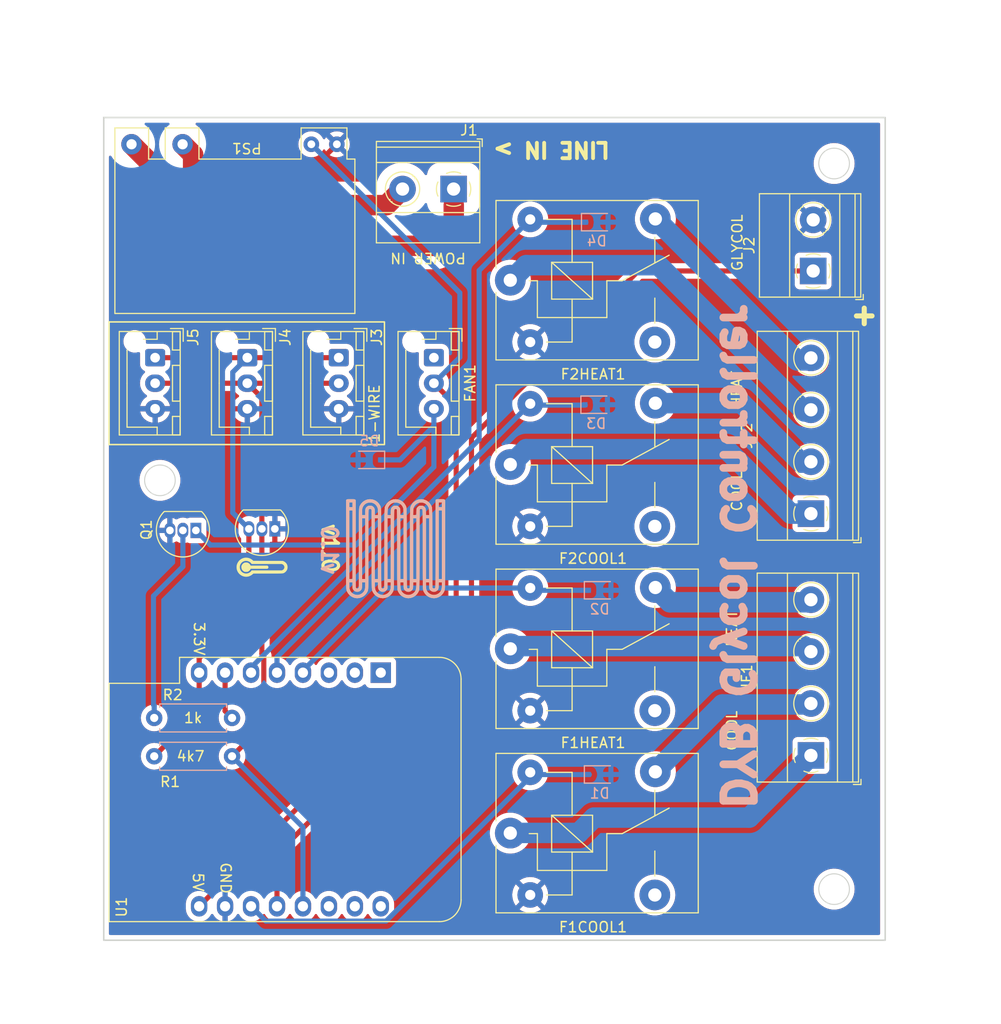
<source format=kicad_pcb>
(kicad_pcb (version 20211014) (generator pcbnew)

  (general
    (thickness 1.6)
  )

  (paper "USLetter")
  (title_block
    (title "DYB Relay Cotnrol Board")
    (date "2023-01-31")
    (rev "1.0")
  )

  (layers
    (0 "F.Cu" signal)
    (31 "B.Cu" signal)
    (32 "B.Adhes" user "B.Adhesive")
    (33 "F.Adhes" user "F.Adhesive")
    (34 "B.Paste" user)
    (35 "F.Paste" user)
    (36 "B.SilkS" user "B.Silkscreen")
    (37 "F.SilkS" user "F.Silkscreen")
    (38 "B.Mask" user)
    (39 "F.Mask" user)
    (40 "Dwgs.User" user "User.Drawings")
    (41 "Cmts.User" user "User.Comments")
    (42 "Eco1.User" user "User.Eco1")
    (43 "Eco2.User" user "User.Eco2")
    (44 "Edge.Cuts" user)
    (45 "Margin" user)
    (46 "B.CrtYd" user "B.Courtyard")
    (47 "F.CrtYd" user "F.Courtyard")
    (48 "B.Fab" user)
    (49 "F.Fab" user)
  )

  (setup
    (stackup
      (layer "F.SilkS" (type "Top Silk Screen"))
      (layer "F.Paste" (type "Top Solder Paste"))
      (layer "F.Mask" (type "Top Solder Mask") (thickness 0.01))
      (layer "F.Cu" (type "copper") (thickness 0.035))
      (layer "dielectric 1" (type "core") (thickness 1.51) (material "FR4") (epsilon_r 4.5) (loss_tangent 0.02))
      (layer "B.Cu" (type "copper") (thickness 0.035))
      (layer "B.Mask" (type "Bottom Solder Mask") (thickness 0.01))
      (layer "B.Paste" (type "Bottom Solder Paste"))
      (layer "B.SilkS" (type "Bottom Silk Screen"))
      (copper_finish "None")
      (dielectric_constraints no)
    )
    (pad_to_mask_clearance 0)
    (pcbplotparams
      (layerselection 0x00310f0_ffffffff)
      (disableapertmacros false)
      (usegerberextensions false)
      (usegerberattributes false)
      (usegerberadvancedattributes false)
      (creategerberjobfile true)
      (svguseinch false)
      (svgprecision 6)
      (excludeedgelayer false)
      (plotframeref false)
      (viasonmask false)
      (mode 1)
      (useauxorigin false)
      (hpglpennumber 1)
      (hpglpenspeed 20)
      (hpglpendiameter 15.000000)
      (dxfpolygonmode true)
      (dxfimperialunits true)
      (dxfusepcbnewfont true)
      (psnegative false)
      (psa4output false)
      (plotreference false)
      (plotvalue true)
      (plotinvisibletext false)
      (sketchpadsonfab false)
      (subtractmaskfromsilk true)
      (outputformat 1)
      (mirror false)
      (drillshape 0)
      (scaleselection 1)
      (outputdirectory "gerber_output/")
    )
  )

  (net 0 "")
  (net 1 "Net-(J2-Pad1)")
  (net 2 "3.3VDC")
  (net 3 "/OWC_BUS")
  (net 4 "unconnected-(F1COOL1-Pad3)")
  (net 5 "unconnected-(F1HEAT1-Pad3)")
  (net 6 "unconnected-(F2COOL1-Pad3)")
  (net 7 "unconnected-(F2HEAT1-Pad3)")
  (net 8 "/NUETRAL")
  (net 9 "/LINE")
  (net 10 "Net-(Q1-Pad2)")
  (net 11 "Net-(D5-Pad1)")
  (net 12 "unconnected-(FAN1-Pad1)")
  (net 13 "GND")
  (net 14 "+5V")
  (net 15 "FAN")
  (net 16 "/Fermenter Control Circuit/F1_C")
  (net 17 "/Fermenter Control Circuit/F1_H")
  (net 18 "/Fermenter Control Circuit/F2_C")
  (net 19 "/Fermenter Control Circuit/F2_H")
  (net 20 "/Fermenter Control Circuit/F1Cout")
  (net 21 "/Fermenter Control Circuit/F1Cin")
  (net 22 "/Fermenter Control Circuit/F1Hout")
  (net 23 "/Fermenter Control Circuit/F1Hin")
  (net 24 "/Fermenter Control Circuit/F2Cout")
  (net 25 "/Fermenter Control Circuit/F2Cin")
  (net 26 "/Fermenter Control Circuit/F2Hout")
  (net 27 "/Fermenter Control Circuit/F2Hin")
  (net 28 "unconnected-(U1-Pad1)")
  (net 29 "unconnected-(U1-Pad2)")
  (net 30 "unconnected-(U1-Pad3)")
  (net 31 "unconnected-(U1-Pad14)")
  (net 32 "unconnected-(U1-Pad15)")
  (net 33 "unconnected-(U1-Pad16)")

  (footprint "TerminalBlock_Phoenix:TerminalBlock_Phoenix_MKDS-1,5-2_1x02_P5.00mm_Horizontal" (layer "F.Cu") (at 138.45 67.515 90))

  (footprint "Relay_THT:Relay_SPDT_SANYOU_SRD_Series_Form_C" (layer "F.Cu") (at 108.8 104.486666))

  (footprint "TerminalBlock_Phoenix:TerminalBlock_Phoenix_MKDS-1,5-2_1x02_P5.00mm_Horizontal" (layer "F.Cu") (at 103.25 59.5 180))

  (footprint "Relay_THT:Relay_SPDT_SANYOU_SRD_Series_Form_C" (layer "F.Cu") (at 108.8 122.52))

  (footprint "LOGO" (layer "F.Cu") (at 97.57 94.69 90))

  (footprint "Relay_THT:Relay_SPDT_SANYOU_SRD_Series_Form_C" (layer "F.Cu") (at 108.8 86.453333))

  (footprint "LOGO" (layer "F.Cu") (at 84.5 96.5 -90))

  (footprint "TerminalBlock_Phoenix:TerminalBlock_Phoenix_MKDS-1,5-4-5.08_1x04_P5.08mm_Horizontal" (layer "F.Cu") (at 138.23 91.26 90))

  (footprint "Connector_JST:JST_XH_B3B-XH-AM_1x03_P2.50mm_Vertical" (layer "F.Cu") (at 74.03 76 -90))

  (footprint "TerminalBlock_Phoenix:TerminalBlock_Phoenix_MKDS-1,5-4-5.08_1x04_P5.08mm_Horizontal" (layer "F.Cu") (at 138.23 114.92 90))

  (footprint "Connector_JST:JST_XH_B3B-XH-AM_1x03_P2.50mm_Vertical" (layer "F.Cu") (at 92.005 76 -90))

  (footprint "Power:Acxico 5V 700mA Board Module Mini AC-DC 120V to 5V Power Supply" (layer "F.Cu") (at 94.221 53.5175 180))

  (footprint "Connector_JST:JST_XH_B3B-XH-AM_1x03_P2.50mm_Vertical" (layer "F.Cu") (at 83.055 76 -90))

  (footprint "Connector_JST:JST_XH_B3B-XH-AM_1x03_P2.50mm_Vertical" (layer "F.Cu") (at 101.32 76 -90))

  (footprint "Module:WEMOS_D1_mini_light" (layer "F.Cu") (at 96.14 107.82 -90))

  (footprint "Package_TO_SOT_THT:TO-92_Inline" (layer "F.Cu") (at 78.02 92.9 180))

  (footprint "Relay_THT:Relay_SPDT_SANYOU_SRD_Series_Form_C" (layer "F.Cu") (at 108.8 68.42))

  (footprint "Package_TO_SOT_THT:TO-92_Inline" (layer "F.Cu") (at 85.75 92.75 180))

  (footprint "Diode_SMD:D_SOD-323F" (layer "B.Cu") (at 117.55 116.78))

  (footprint "Diode_SMD:D_SOD-323F" (layer "B.Cu") (at 117.27 62.74))

  (footprint "Diode_SMD:D_SOD-323F" (layer "B.Cu") (at 95 86 180))

  (footprint "Resistor_THT:R_Axial_DIN0207_L6.3mm_D2.5mm_P7.62mm_Horizontal" (layer "B.Cu") (at 81.56 111.25 180))

  (footprint "LOGO" (layer "B.Cu")
    (tedit 0) (tstamp c77434ac-9b9c-41ed-8b3b-27a93da87a8a)
    (at 97.57 94.69 90)
    (attr board_only exclude_from_pos_files exclude_from_bom)
    (fp_text reference "v1.0" (at -0.14 -6.48 270 unlocked) (layer "B.SilkS")
      (effects (font (size 1.524 1.524) (thickness 0.3)) (justify mirror))
      (tstamp 08e0680d-fff9-4d96-a2b3-f988c6520c9e)
    )
    (fp_text value "" (at 7.62 2.54 90) (layer "B.SilkS") hide
      (effects (font (size 1.524 1.524) (thickness 0.3)) (justify mirror))
      (tstamp 3e2e075c-0cbf-4fee-a96f-8a34c9653c7b)
    )
    (fp_poly (pts
        (xy 4.79758 4.797581)
        (xy 4.814198 4.77994)
        (xy 4.826451 4.761169)
        (xy 4.835005 4.735434)
        (xy 4.840524 4.696897)
        (xy 4.843672 4.639722)
        (xy 4.845116 4.558075)
        (xy 4.845519 4.446117)
        (xy 4.845538 4.376616)
        (xy 4.845407 4.247234)
        (xy 4.844569 4.151092)
        (xy 4.84236 4.082355)
        (xy 4.838114 4.035187)
        (xy 4.831168 4.003752)
        (xy 4.820856 3.982213)
        (xy 4.806513 3.964734)
        (xy 4.79758 3.955651)
        (xy 4.749622 3.907693)
        (xy 0.490269 3.907693)
        (xy -0.028442 3.907634)
        (xy -0.509055 3.907453)
        (xy -0.952552 3.907146)
        (xy -1.359912 3.906708)
        (xy -1.732115 3.906133)
        (xy -2.070141 3.905417)
        (xy -2.374971 3.904555)
        (xy -2.647584 3.90354)
        (xy -2.88896 3.90237)
        (xy -3.10008 3.901037)
        (xy -3.281923 3.899538)
        (xy -3.435468 3.897868)
        (xy -3.561698 3.896021)
        (xy -3.66159 3.893992)
        (xy -3.736126 3.891777)
        (xy -3.786285 3.88937)
        (xy -3.813047 3.886766)
        (xy -3.81753 3.88562)
        (xy -3.869727 3.843309)
        (xy -3.895733 3.783631)
        (xy -3.895546 3.71822)
        (xy -3.869168 3.658709)
        (xy -3.81753 3.61715)
        (xy -3.799789 3.614315)
        (xy -3.758819 3.611699)
        (xy -3.693596 3.609297)
        (xy -3.603092 3.607103)
        (xy -3.486282 3.60511)
        (xy -3.342142 3.603314)
        (xy -3.169644 3.601707)
        (xy -2.967763 3.600284)
        (xy -2.735474 3.59904)
        (xy -2.471751 3.597968)
        (xy -2.175569 3.597062)
        (xy -1.845901 3.596316)
        (xy -1.481722 3.595725)
        (xy -1.082006 3.595282)
        (xy -0.645728 3.594982)
        (xy -0.171862 3.594819)
        (xy 0.05465 3.594788)
        (xy 0.517372 3.594785)
        (xy 0.942681 3.594813)
        (xy 1.332244 3.594821)
        (xy 1.687724 3.594756)
        (xy 2.010786 3.594566)
        (xy 2.303095 3.594199)
        (xy 2.566316 3.593602)
        (xy 2.802113 3.592724)
        (xy 3.012152 3.591513)
        (xy 3.198096 3.589916)
        (xy 3.361612 3.587881)
        (xy 3.504363 3.585356)
        (xy 3.628014 3.582289)
        (xy 3.73423 3.578628)
        (xy 3.824676 3.57432)
        (xy 3.901017 3.569314)
        (xy 3.964917 3.563557)
        (xy 4.018042 3.556997)
        (xy 4.062055 3.549582)
        (xy 4.098622 3.54126)
        (xy 4.129407 3.531978)
        (xy 4.156076 3.521685)
        (xy 4.180292 3.510329)
        (xy 4.203721 3.497856)
        (xy 4.228028 3.484216)
        (xy 4.254877 3.469356)
        (xy 4.267139 3.462828)
        (xy 4.430592 3.355716)
        (xy 4.571489 3.220015)
        (xy 4.686602 3.061099)
        (xy 4.772703 2.884341)
        (xy 4.826564 2.695115)
        (xy 4.844961 2.500923)
        (xy 4.826168 2.30465)
        (xy 4.771943 2.11553)
        (xy 4.685513 1.938935)
        (xy 4.570105 1.78024)
        (xy 4.428949 1.644818)
        (xy 4.267139 1.539018)
        (xy 4.238749 1.523637)
        (xy 4.213591 1.509498)
        (xy 4.19 1.496548)
        (xy 4.166312 1.484735)
        (xy 4.140861 1.474008)
        (xy 4.111984 1.464313)
        (xy 4.078015 1.4556)
        (xy 4.037289 1.447815)
        (xy 3.988141 1.440908)
        (xy 3.928908 1.434824)
        (xy 3.857924 1.429513)
        (xy 3.773524 1.424922)
        (xy 3.674044 1.421)
        (xy 3.557819 1.417693)
        (xy 3.423184 1.414949)
        (xy 3.268474 1.412718)
        (xy 3.092025 1.410946)
        (xy 2.892171 1.409581)
        (xy 2.667249 1.408571)
        (xy 2.415593 1.407865)
        (xy 2.135538 1.407409)
        (xy 1.825421 1.407152)
        (xy 1.483575 1.407041)
        (xy 1.108336 1.407025)
        (xy 0.69804 1.407051)
        (xy 0.251022 1.407067)
        (xy 0.05465 1.407058)
        (xy -0.436521 1.406955)
        (xy -0.889641 1.406717)
        (xy -1.305735 1.40634)
        (xy -1.68583 1.405816)
        (xy -2.030951 1.405141)
        (xy -2.342123 1.404308)
        (xy -2.620372 1.403312)
        (xy -2.866725 1.402146)
        (xy -3.082206 1.400805)
        (xy -3.267842 1.399282)
        (xy -3.424657 1.397572)
        (xy -3.553678 1.395668)
        (xy -3.65593 1.393566)
        (xy -3.732439 1.391258)
        (xy -3.784231 1.38874)
        (xy -3.812331 1.386004)
        (xy -3.81753 1.384697)
        (xy -3.869727 1.342386)
        (xy -3.895733 1.282708)
        (xy -3.895546 1.217297)
        (xy -3.869168 1.157786)
        (xy -3.81753 1.116227)
        (xy -3.799789 1.113392)
        (xy -3.758819 1.110776)
        (xy -3.693596 1.108374)
        (xy -3.603092 1.10618)
        (xy -3.486282 1.104187)
        (xy -3.342142 1.10239)
        (xy -3.169644 1.100784)
        (xy -2.967763 1.099361)
        (xy -2.735474 1.098117)
        (xy -2.471751 1.097045)
        (xy -2.175569 1.096139)
        (xy -1.845901 1.095393)
        (xy -1.481722 1.094802)
        (xy -1.082006 1.094359)
        (xy -0.645728 1.094059)
        (xy -0.171862 1.093896)
        (xy 0.05465 1.093865)
        (xy 0.517372 1.093862)
        (xy 0.942681 1.09389)
        (xy 1.332244 1.093898)
        (xy 1.687724 1.093833)
        (xy 2.010786 1.093643)
        (xy 2.303095 1.093276)
        (xy 2.566316 1.092679)
        (xy 2.802113 1.091801)
        (xy 3.012152 1.09059)
        (xy 3.198096 1.088993)
        (xy 3.361612 1.086958)
        (xy 3.504363 1.084433)
        (xy 3.628014 1.081366)
        (xy 3.73423 1.077705)
        (xy 3.824676 1.073397)
        (xy 3.901017 1.068391)
        (xy 3.964917 1.062634)
        (xy 4.018042 1.056074)
        (xy 4.062055 1.048659)
        (xy 4.098622 1.040337)
        (xy 4.129407 1.031055)
        (xy 4.156076 1.020762)
        (xy 4.180292 1.009406)
        (xy 4.203721 0.996933)
        (xy 4.228028 0.983293)
        (xy 4.254877 0.968432)
        (xy 4.267139 0.961905)
        (xy 4.430592 0.854793)
        (xy 4.571489 0.719092)
        (xy 4.686602 0.560176)
        (xy 4.772703 0.383418)
        (xy 4.826564 0.194192)
        (xy 4.844961 0)
        (xy 4.826168 -0.196273)
        (xy 4.771943 -0.385393)
        (xy 4.685513 -0.561988)
        (xy 4.570105 -0.720683)
        (xy 4.428949 -0.856105)
        (xy 4.267139 -0.961905)
        (xy 4.238749 -0.977286)
        (xy 4.213591 -0.991425)
        (xy 4.19 -1.004375)
        (xy 4.166312 -1.016188)
        (xy 4.140861 -1.026915)
        (xy 4.111984 -1.03661)
        (xy 4.078015 -1.045323)
        (xy 4.037289 -1.053108)
        (xy 3.988141 -1.060015)
        (xy 3.928908 -1.066099)
        (xy 3.857924 -1.07141)
        (xy 3.773524 -1.076001)
        (xy 3.674044 -1.079924)
        (xy 3.557819 -1.08323)
        (xy 3.423184 -1.085974)
        (xy 3.268474 -1.088205)
        (xy 3.092025 -1.089977)
        (xy 2.892171 -1.091342)
        (xy 2.667249 -1.092352)
        (xy 2.415593 -1.093059)
        (xy 2.135538 -1.093514)
        (xy 1.825421 -1.093772)
        (xy 1.483575 -1.093882)
        (xy 1.108336 -1.093898)
        (xy 0.69804 -1.093872)
        (xy 0.251022 -1.093856)
        (xy 0.05465 -1.093865)
        (xy -0.436521 -1.093968)
        (xy -0.889641 -1.094206)
        (xy -1.305735 -1.094583)
        (xy -1.68583 -1.095107)
        (xy -2.030951 -1.095782)
        (xy -2.342123 -1.096615)
        (xy -2.620372 -1.097611)
        (xy -2.866725 -1.098777)
        (xy -3.082206 -1.100118)
        (xy -3.267842 -1.101641)
        (xy -3.424657 -1.103351)
        (xy -3.553678 -1.105255)
        (xy -3.65593 -1.107357)
        (xy -3.732439 -1.109665)
        (xy -3.784231 -1.112183)
        (xy -3.812331 -1.114919)
        (xy -3.81753 -1.116226)
        (xy -3.869727 -1.158537)
        (xy -3.895733 -1.218215)
        (xy -3.895546 -1.283626)
        (xy -3.869168 -1.343137)
        (xy -3.81753 -1.384696)
        (xy -3.799789 -1.387531)
        (xy -3.758819 -1.390147)
        (xy -3.693596 -1.392549)
        (xy -3.603092 -1.394743)
        (xy -3.486282 -1.396736)
        (xy -3.342142 -1.398533)
        (xy -3.169644 -1.400139)
        (xy -2.967763 -1.401562)
        (xy -2.735474 -1.402806)
        (xy -2.471751 -1.403879)
        (xy -2.175569 -1.404784)
        (xy -1.845901 -1.40553)
        (xy -1.481722 -1.406121)
        (xy -1.082006 -1.406564)
        (xy -0.645728 -1.406864)
        (xy -0.171862 -1.407027)
        (xy 0.05465 -1.407058)
        (xy 0.517372 -1.407061)
        (xy 0.942681 -1.407033)
        (xy 1.332244 -1.407025)
        (xy 1.687724 -1.40709)
        (xy 2.010786 -1.40728)
        (xy 2.303095 -1.407648)
        (xy 2.566316 -1.408244)
        (xy 2.802113 -1.409122)
        (xy 3.012152 -1.410333)
        (xy 3.198096 -1.41193)
        (xy 3.361612 -1.413965)
        (xy 3.504363 -1.41649)
        (xy 3.628014 -1.419557)
        (xy 3.73423 -1.423218)
        (xy 3.824676 -1.427526)
        (xy 3.901017 -1.432532)
        (xy 3.964917 -1.438289)
        (xy 4.018042 -1.444849)
        (xy 4.062055 -1.452264)
        (xy 4.098622 -1.460586)
        (xy 4.129407 -1.469868)
        (xy 4.156076 -1.480161)
        (xy 4.180292 -1.491517)
        (xy 4.203721 -1.50399)
        (xy 4.228028 -1.51763)
        (xy 4.254877 -1.532491)
        (xy 4.267139 -1.539018)
        (xy 4.430592 -1.64613)
        (xy 4.571489 -1.781831)
        (xy 4.686602 -1.940747)
        (xy 4.772703 -2.117505)
        (xy 4.826564 -2.306731)
        (xy 4.844961 -2.500923)
        (xy 4.826168 -2.697196)
        (xy 4.771943 -2.886316)
        (xy 4.685513 -3.062911)
        (xy 4.570105 -3.221606)
        (xy 4.428949 -3.357028)
        (xy 4.267139 -3.462828)
        (xy 4.238749 -3.478209)
        (xy 4.213591 -3.492349)
        (xy 4.19 -3.505299)
        (xy 4.166312 -3.517111)
        (xy 4.140861 -3.527839)
        (xy 4.111984 -3.537533)
        (xy 4.078015 -3.546246)
        (xy 4.037289 -3.554031)
        (xy 3.988141 -3.560939)
        (xy 3.928908 -3.567022)
        (xy 3.857924 -3.572333)
        (xy 3.773524 -3.576924)
        (xy 3.674044 -3.580847)
        (xy 3.557819 -3.584154)
        (xy 3.423184 -3.586897)
        (xy 3.268474 -3.589128)
        (xy 3.092025 -3.5909)
        (xy 2.892171 -3.592265)
        (xy 2.667249 -3.593275)
        (xy 2.415593 -3.593982)
        (xy 2.135538 -3.594437)
        (xy 1.825421 -3.594695)
        (xy 1.483575 -3.594805)
        (xy 1.108336 -3.594821)
        (xy 0.69804 -3.594795)
        (xy 0.251022 -3.594779)
        (xy 0.05465 -3.594788)
        (xy -0.436521 -3.594891)
        (xy -0.889641 -3.595129)
        (xy -1.305735 -3.595506)
        (xy -1.68583 -3.59603)
        (xy -2.030951 -3.596705)
        (xy -2.342123 -3.597538)
        (xy -2.620372 -3.598534)
        (xy -2.866725 -3.5997)
        (xy -3.082206 -3.601042)
        (xy -3.267842 -3.602564)
        (xy -3.424657 -3.604274)
        (xy -3.553678 -3.606178)
        (xy -3.65593 -3.60828)
        (xy -3.732439 -3.610588)
        (xy -3.784231 -3.613106)
        (xy -3.812331 -3.615842)
        (xy -3.81753 -3.61715)
        (xy -3.869727 -3.65946)
        (xy -3.895733 -3.719138)
        (xy -3.895546 -3.784549)
        (xy -3.869168 -3.844061)
        (xy -3.81753 -3.885619)
        (xy -3.800242 -3.888306)
        (xy -3.759967 -3.890795)
        (xy -3.695725 -3.89309)
        (xy -3.606534 -3.895196)
        (xy -3.491416 -3.897118)
        (xy -3.34939 -3.898862)
        (xy -3.179476 -3.900432)
        (xy -2.980694 -3.901833)
        (xy -2.752065 -3.90307)
        (xy -2.492608 -3.904149)
        (xy -2.201343 -3.905075)
        (xy -1.877291 -3.905851)
        (xy -1.519471 -3.906484)
        (xy -1.126903 -3.906979)
        (xy -0.698607 -3.90734)
        (xy -0.233603 -3.907573)
        (xy 0.269088 -3.907682)
        (xy 0.490269 -3.907692)
        (xy 4.749622 -3.907692)
        (xy 4.79758 -3.95565)
        (xy 4.814198 -3.973291)
        (xy 4.826451 -3.992061)
        (xy 4.835005 -4.017797)
        (xy 4.840524 -4.056334)
        (xy 4.843672 -4.113508)
        (xy 4.845116 -4.195156)
        (xy 4.845519 -4.307114)
        (xy 4.845538 -4.376615)
        (xy 4.845407 -4.505997)
        (xy 4.844569 -4.602139)
        (xy 4.84236 -4.670875)
        (xy 4.838114 -4.718043)
        (xy 4.831168 -4.749479)
        (xy 4.820856 -4.771018)
        (xy 4.806513 -4.788497)
        (xy 4.79758 -4.79758)
        (xy 4.749622 -4.845538)
        (xy 0.425849 -4.84391)
        (xy -0.068266 -4.843695)
        (xy -0.524772 -4.843429)
        (xy -0.94514 -4.843103)
        (xy -1.330837 -4.842706)
        (xy -1.683333 -4.84223)
        (xy -2.004096 -4.841665)
        (xy -2.294596 -4.841)
        (xy -2.5563 -4.840226)
        (xy -2.790678 -4.839334)
        (xy -2.999199 -4.838314)
        (xy -3.183332 -4.837156)
        (xy -3.344545 -4.83585)
        (xy -3.484307 -4.834386)
        (xy -3.604088 -4.832756)
        (xy -3.705356 -4.830949)
        (xy -3.789579 -4.828955)
        (xy -3.858227 -4.826765)
        (xy -3.912769 -4.82437)
        (xy -3.954673 -4.821758)
        (xy -3.985408 -4.818922)
        (xy -4.006443 -4.81585)
        (xy -4.012322 -4.814589)
        (xy -4.197466 -4.750368)
        (xy -4.366106 -4.653712)
        (xy -4.514802 -4.529012)
        (xy -4.640113 -4.380663)
        (xy -4.7386 -4.213056)
        (xy -4.806821 -4.030585)
        (xy -4.841338 -3.837642)
        (xy -4.843498 -3.786206)
        (xy -4.527334 -3.786206)
        (xy -4.502481 -3.94244)
        (xy -4.446137 -4.093194)
        (xy -4.361147 -4.229714)
        (xy -4.30238 -4.296404)
        (xy -4.213719 -4.375634)
        (xy -4.121998 -4.43594)
        (xy -4.020358 -4.479497)
        (xy -3.901938 -4.508482)
        (xy -3.759878 -4.52507)
        (xy -3.587317 -4.531439)
        (xy -3.560885 -4.531637)
        (xy -3.282462 -4.532923)
        (xy -2.969846 -4.532923)
        (xy 3.751384 -4.532923)
        (xy 4.064 -4.532923)
        (xy 4.532923 -4.532923)
        (xy 4.532923 -4.220307)
        (xy 4.064 -4.220307)
        (xy 4.064 -4.532923)
        (xy 3.751384 -4.532923)
        (xy 3.751384 -4.220307)
        (xy -2.969846 -4.220307)
        (xy -2.969846 -4.532923)
        (xy -3.282462 -4.532923)
        (xy -3.282462 -4.223741)
        (xy -3.590193 -4.21693)
        (xy -3.721007 -4.213101)
        (xy -3.820077 -4.206858)
        (xy -3.894733 -4.196164)
        (xy -3.952307 -4.178984)
        (xy -4.000128 -4.153281)
        (xy -4.045529 -4.117019)
        (xy -4.084413 -4.079658)
        (xy -4.16313 -3.975297)
        (xy -4.20838 -3.857784)
        (xy -4.220189 -3.7341)
        (xy -4.198582 -3.611226)
        (xy -4.143584 -3.496143)
        (xy -4.082036 -3.420733)
        (xy -4.027705 -3.37116)
        (xy -3.973561 -3.334912)
        (xy -3.912161 -3.309983)
        (xy -3.836062 -3.294368)
        (xy -3.737822 -3.28606)
        (xy -3.609997 -3.283052)
        (xy -3.570654 -3.28289)
        (xy -3.282462 -3.282461)
        (xy -2.969846 -3.282461)
        (xy 2.969846 -3.282461)
        (xy 2.969846 -2.969846)
        (xy -2.969846 -2.969846)
        (xy -2.969846 -3.282461)
        (xy -3.282462 -3.282461)
        (xy -3.282462 -2.969846)
        (xy -3.551895 -2.969846)
        (xy -3.733282 -2.974713)
        (xy -3.883349 -2.990721)
        (xy -4.008795 -3.019982)
        (xy -4.11632 -3.064606)
        (xy -4.212623 -3.126706)
        (xy -4.30238 -3.206365)
        (xy -4.405954 -3.337309)
        (xy -4.480329 -3.492752)
        (xy -4.517851 -3.633247)
        (xy -4.527334 -3.786206)
        (xy -4.843498 -3.786206)
        (xy -4.844961 -3.751384)
        (xy -4.826169 -3.555111)
        (xy -4.771944 -3.365991)
        (xy -4.685513 -3.189396)
        (xy -4.570106 -3.030701)
        (xy -4.428949 -2.895279)
        (xy -4.26714 -2.789479)
        (xy -4.23875 -2.774098)
        (xy -4.213592 -2.759958)
        (xy -4.190001 -2.747008)
        (xy -4.166313 -2.735196)
        (xy -4.140862 -2.724468)
        (xy -4.111985 -2.714774)
        (xy -4.078015 -2.706061)
        (xy -4.037289 -2.698276)
        (xy -3.988142 -2.691368)
        (xy -3.928909 -2.685285)
        (xy -3.857925 -2.679974)
        (xy -3.773525 -2.675383)
        (xy -3.674045 -2.67146)
        (xy -3.55782 -2.668153)
        (xy -3.423185 -2.66541)
        (xy -3.268475 -2.663179)
        (xy -3.092026 -2.661407)
        (xy -2.892172 -2.660042)
        (xy -2.66725 -2.659032)
        (xy -2.415594 -2.658325)
        (xy -2.135539 -2.65787)
        (xy -1.825421 -2.657612)
        (xy -1.483576 -2.657502)
        (xy -1.108337 -2.657486)
        (xy -0.698041 -2.657512)
        (xy -0.251023 -2.657528)
        (xy -0.05465 -2.657519)
        (xy 0.43652 -2.657416)
        (xy 0.88964 -2.657178)
        (xy 1.305735 -2.656801)
        (xy 1.685829 -2.656277)
        (xy 2.03095 -2.655602)
        (xy 2.342122 -2.654769)
        (xy 2.620372 -2.653773)
        (xy 2.866724 -2.652607)
        (xy 3.082205 -2.651265)
        (xy 3.267841 -2.649743)
        (xy 3.424656 -2.648033)
        (xy 3.553677 -2.646129)
        (xy 3.655929 -2.644027)
        (xy 3.732439 -2.641719)
        (xy 3.784231 -2.639201)
        (xy 3.812331 -2.636465)
        (xy 3.817529 -2.635157)
        (xy 3.869727 -2.592847)
        (xy 3.895732 -2.533169)
        (xy 3.895546 -2.467758)
        (xy 3.869167 -2.408246)
        (xy 3.817529 -2.366688)
        (xy 3.799788 -2.363853)
        (xy 3.758819 -2.361237)
        (xy 3.693595 -2.358835)
        (xy 3.603091 -2.35664)
        (xy 3.486282 -2.354648)
        (xy 3.342141 -2.352851)
        (xy 3.169643 -2.351245)
        (xy 2.967763 -2.349822)
        (xy 2.735474 -2.348578)
        (xy 2.471751 -2.347505)
        (xy 2.175568 -2.346599)
        (xy 1.8459 -2.345854)
        (xy 1.481721 -2.345263)
        (xy 1.082006 -2.34482)
        (xy 0.645728 -2.34452)
        (xy 0.171862 -2.344357)
        (xy -0.05465 -2.344326)
        (xy -0.517372 -2.344323)
        (xy -0.942682 -2.344351)
        (xy -1.332244 -2.344359)
        (xy -1.687724 -2.344294)
        (xy -2.010786 -2.344104)
        (xy -2.303095 -2.343736)
        (xy -2.566316 -2.34314)
        (xy -2.802114 -2.342262)
        (xy -3.012152 -2.341051)
        (xy -3.198097 -2.339454)
        (xy -3.361612 -2.337419)
        (xy -3.504363 -2.334894)
        (xy -3.628015 -2.331827)
        (xy -3.734231 -2.328166)
        (xy -3.824677 -2.323858)
        (xy -3.901018 -2.318852)
        (xy -3.964918 -2.313095)
        (xy -4.018042 -2.306535)
        (xy -4.062056 -2.29912)
        (xy -4.098623 -2.290798)
        (xy -4.129408 -2.281516)
        (xy -4.156076 -2.271223)
        (xy -4.180293 -2.259867)
        (xy -4.203722 -2.247394)
        (xy -4.228029 -2.233754)
        (xy -4.254877 -2.218893)
        (xy -4.26714 -2.212366)
        (xy -4.430592 -2.105254)
        (xy -4.571489 -1.969553)
        (xy -4.686602 -1.810637)
        (xy -4.772704 -1.633879)
        (xy -4.826565 -1.444653)
        (xy -4.84176 -1.284247)
        (xy -4.527541 -1.284247)
        (xy -4.517851 -1.368599)
        (xy -4.46809 -1.541434)
        (xy -4.387849 -1.692311)
        (xy -4.30238 -1.795481)
        (xy -4.213719 -1.874711)
        (xy -4.121998 -1.935017)
        (xy -4.020358 -1.978574)
        (xy -3.901938 -2.007558)
        (xy -3.759878 -2.024147)
        (xy -3.587317 -2.030516)
        (xy -3.560885 -2.030714)
        (xy -3.282462 -2.032)
        (xy -2.969846 -2.032)
        (xy 2.969846 -2.032)
        (xy 2.969846 -1.719384)
        (xy -2.969846 -1.719384)
        (xy -2.969846 -2.032)
        (xy -3.282462 -2.032)
        (xy -3.282462 -1.722817)
        (xy -3.590193 -1.716007)
        (xy -3.612024 -1.715368)
        (xy 3.282461 -1.715368)
        (xy 3.282461 -2.032)
        (xy 3.570654 -2.032429)
        (xy 3.707677 -2.0344)
        (xy 3.813122 -2.041164)
        (xy 3.894386 -2.054689)
        (xy 3.958866 -2.076943)
        (xy 4.013958 -2.109896)
        (xy 4.06706 -2.155515)
        (xy 4.079658 -2.167894)
        (xy 4.144926 -2.242258)
        (xy 4.18486 -2.314942)
        (xy 4.204713 -2.399396)
        (xy 4.209762 -2.500923)
        (xy 4.203844 -2.608985)
        (xy 4.182669 -2.692582)
        (xy 4.141109 -2.764994)
        (xy 4.082035 -2.831574)
        (xy 4.034091 -2.876787)
        (xy 3.989098 -2.910054)
        (xy 3.939761 -2.933377)
        (xy 3.878779 -2.948758)
        (xy 3.798854 -2.958197)
        (xy 3.692689 -2.963696)
        (xy 3.590192 -2.966468)
        (xy 3.282461 -2.973279)
        (xy 3.282461 -3.286477)
        (xy 3.599961 -3.278204)
        (xy 3.725771 -3.274222)
        (xy 3.820514 -3.269133)
        (xy 3.892201 -3.261962)
        (xy 3.948841 -3.251737)
        (xy 3.998444 -3.237481)
        (xy 4.029848 -3.22593)
        (xy 4.184612 -3.145583)
        (xy 4.313357 -3.03774)
        (xy 4.41354 -2.906143)
        (xy 4.482619 -2.754535)
        (xy 4.518051 -2.586659)
        (xy 4.522362 -2.500923)
        (xy 4.504077 -2.326533)
        (xy 4.45092 -2.166606)
        (xy 4.365432 -2.024884)
        (xy 4.250155 -1.90511)
        (xy 4.107631 -1.811024)
        (xy 4.029848 -1.775915)
        (xy 3.980559 -1.758605)
        (xy 3.929304 -1.745941)
        (xy 3.868075 -1.736949)
        (xy 3.78886 -1.730656)
        (xy 3.683651 -1.726086)
        (xy 3.599961 -1.723642)
        (xy 3.282461 -1.715368)
        (xy -3.612024 -1.715368)
        (xy -3.721007 -1.712178)
        (xy -3.820077 -1.705934)
        (xy -3.894733 -1.695241)
        (xy -3.952307 -1.678061)
        (xy -4.000128 -1.652358)
        (xy -4.045529 -1.616096)
        (xy -4.084413 -1.578734)
        (xy -4.16313 -1.474374)
        (xy -4.20838 -1.356861)
        (xy -4.220189 -1.233177)
        (xy -4.198582 -1.110303)
        (xy -4.143584 -0.99522)
        (xy -4.082036 -0.91981)
        (xy -4.027705 -0.870237)
        (xy -3.973561 -0.833989)
        (xy -3.912161 -0.80906)
        (xy -3.836062 -0.793445)
        (xy -3.737822 -0.785136)
        (xy -3.609997 -0.782129)
        (xy -3.570654 -0.781967)
        (xy -3.282462 -0.781538)
        (xy -2.969846 -0.781538)
        (xy 2.969846 -0.781538)
        (xy 2.969846 -0.468923)
        (xy -2.969846 -0.468923)
        (xy -2.969846 -0.781538)
        (xy -3.282462 -0.781538)
        (xy -3.282462 -0.468923)
        (xy -3.551895 -0.468923)
        (xy -3.733282 -0.47379)
        (xy -3.883349 -0.489798)
        (xy -4.008795 -0.519058)
        (xy -4.11632 -0.563683)
        (xy -4.212623 -0.625783)
        (xy -4.30238 -0.705442)
        (xy -4.402106 -0.830226)
        (xy -4.474772 -0.974124)
        (xy -4.517531 -1.128382)
        (xy -4.527541 -1.284247)
        (xy -4.84176 -1.284247)
        (xy -4.844961 -1.250461)
        (xy -4.826169 -1.054188)
        (xy -4.771944 -0.865068)
        (xy -4.685513 -0.688473)
        (xy -4.570106 -0.529778)
        (xy -4.428949 -0.394355)
        (xy -4.26714 -0.288556)
        (xy -4.23875 -0.273175)
        (xy -4.213592 -0.259035)
        (xy -4.190001 -0.246085)
        (xy -4.166313 -0.234273)
        (xy -4.140862 -0.223545)
        (xy -4.111985 -0.213851)
        (xy -4.078015 -0.205138)
        (xy -4.037289 -0.197353)
        (xy -3.988142 -0.190445)
        (xy -3.928909 -0.184362)
        (xy -3.857925 -0.179051)
        (xy -3.773525 -0.17446)
        (xy -3.674045 -0.170537)
        (xy -3.55782 -0.16723)
        (xy -3.423185 -0.164487)
        (xy -3.268475 -0.162256)
        (xy -3.092026 -0.160484)
        (xy -2.892172 -0.159119)
        (xy -2.66725 -0.158109)
        (xy -2.415594 -0.157402)
        (xy -2.135539 -0.156946)
        (xy -1.825421 -0.156689)
        (xy -1.483576 -0.156579)
        (xy -1.108337 -0.156563)
        (xy -0.698041 -0.156589)
        (xy -0.251023 -0.156605)
        (xy -0.05465 -0.156596)
        (xy 0.43652 -0.156493)
        (xy 0.88964 -0.156255)
        (xy 1.305735 -0.155877)
        (xy 1.685829 -0.155354)
        (xy 2.03095 -0.154679)
        (xy 2.342122 -0.153846)
        (xy 2.620372 -0.15285)
        (xy 2.866724 -0.151684)
        (xy 3.082205 -0.150342)
        (xy 3.267841 -0.14882)
        (xy 3.424656 -0.147109)
        (xy 3.553677 -0.145206)
        (xy 3.655929 -0.143104)
        (xy 3.732439 -0.140796)
        (xy 3.784231 -0.138277)
        (xy 3.812331 -0.135542)
        (xy 3.817529 -0.134234)
        (xy 3.869727 -0.091924)
        (xy 3.895732 -0.032246)
        (xy 3.895546 0.033165)
        (xy 3.869167 0.092677)
        (xy 3.817529 0.134235)
        (xy 3.799788 0.13707)
        (xy 3.758819 0.139686)
        (xy 3.693595 0.142088)
        (xy 3.603091 0.144283)
        (xy 3.486282 0.146275)
        (xy 3.342141 0.148072)
        (xy 3.169643 0.149678)
        (xy 2.967763 0.151101)
        (xy 2.735474 0.152345)
        (xy 2.471751 0.153418)
        (xy 2.175568 0.154324)
        (xy 1.8459 0.155069)
        (xy 1.481721 0.15566)
        (xy 1.082006 0.156103)
        (xy 0.645728 0.156403)
        (xy 0.171862 0.156566)
        (xy -0.05465 0.156597)
        (xy -0.517372 0.1566)
        (xy -0.942682 0.156572)
        (xy -1.332244 0.156564)
        (xy -1.687724 0.156629)
        (xy -2.010786 0.156819)
        (xy -2.303095 0.157187)
        (xy -2.566316 0.157783)
        (xy -2.802114 0.158661)
        (xy -3.012152 0.159872)
        (xy -3.198097 0.161469)
        (xy -3.361612 0.163504)
        (xy -3.504363 0.166029)
        (xy -3.628015 0.169096)
        (xy -3.734231 0.172757)
        (xy -3.824677 0.177065)
        (xy -3.901018 0.182071)
        (xy -3.964918 0.187828)
        (xy -4.018042 0.194388)
        (xy -4.062056 0.201803)
        (xy -4.098623 0.210125)
        (xy -4.129408 0.219407)
        (xy -4.156076 0.2297)
        (xy -4.180293 0.241057)
        (xy -4.203722 0.253529)
        (xy -4.228029 0.267169)
        (xy -4.254877 0.28203)
        (xy -4.26714 0.288557)
        (xy -4.430592 0.395669)
        (xy -4.571489 0.53137)
        (xy -4.686602 0.690287)
        (xy -4.772704 0.867044)
        (xy -4.826565 1.05627)
        (xy -4.84176 1.216676)
        (xy -4.527541 1.216676)
        (xy -4.517851 1.132324)
        (xy -4.46809 0.959489)
        (xy -4.387849 0.808612)
        (xy -4.30238 0.705442)
        (xy -4.213719 0.626212)
        (xy -4.121998 0.565906)
        (xy -4.020358 0.522349)
        (xy -3.901938 0.493365)
        (xy -3.759878 0.476776)
        (xy -3.587317 0.470407)
        (xy -3.560885 0.470209)
        (xy -3.282462 0.468923)
        (xy -2.969846 0.468923)
        (xy 2.969846 0.468923)
        (xy 2.969846 0.781539)
        (xy -2.969846 0.781539)
        (xy -2.969846 0.468923)
        (xy -3.282462 0.468923)
        (xy -3.282462 0.778106)
        (xy -3.590193 0.784916)
        (xy -3.612024 0.785555)
        (xy 3.282461 0.785555)
        (xy 3.282461 0.468923)
        (xy 3.570654 0.468494)
        (xy 3.707677 0.466523)
        (xy 3.813122 0.459759)
        (xy 3.894386 0.446234)
        (xy 3.958866 0.42398)
        (xy 4.013958 0.391027)
        (xy 4.06706 0.345408)
        (xy 4.079658 0.333029)
        (xy 4.144926 0.258665)
        (xy 4.18486 0.185981)
        (xy 4.204713 0.101527)
        (xy 4.209762 0)
        (xy 4.203844 -0.108062)
        (xy 4.182669 -0.191659)
        (xy 4.141109 -0.26407)
        (xy 4.082035 -0.330651)
        (xy 4.034091 -0.375864)
        (xy 3.989098 -0.409131)
        (xy 3.939761 -0.432454)
        (xy 3.878779 -0.447834)
        (xy 3.798854 -0.457274)
        (xy 3.692689 -0.462773)
        (xy 3.590192 -0.465545)
        (xy 3.282461 -0.472356)
        (xy 3.282461 -0.785554)
        (xy 3.599961 -0.777281)
        (xy 3.725771 -0.773299)
        (xy 3.820514 -0.76821)
        (xy 3.892201 -0.761039)
        (xy 3.948841 -0.750813)
        (xy 3.998444 -0.736558)
        (xy 4.029848 -0.725007)
        (xy 4.184612 -0.64466)
        (xy 4.313357 -0.536817)
        (xy 4.41354 -0.40522)
        (xy 4.482619 -0.253612)
        (xy 4.518051 -0.085736)
        (xy 4.522362 0)
        (xy 4.504077 0.17439)
        (xy 4.45092 0.334317)
        (xy 4.365432 0.476039)
        (xy 4.250155 0.595813)
        (xy 4.107631 0.689899)
        (xy 4.029848 0.725008)
        (xy 3.980559 0.742318)
        (xy 3.929304 0.754982)
        (xy 3.868075 0.763974)
        (xy 3.78886 0.770267)
        (xy 3.683651 0.774837)
        (xy 3.599961 0.777281)
        (xy 3.282461 0.785555)
        (xy -3.612024 0.785555)
        (xy -3.721007 0.788745)
        (xy -3.820077 0.794989)
        (xy -3.894733 0.805682)
        (xy -3.952307 0.822862)
        (xy -4.000128 0.848565)
        (xy -4.045529 0.884827)
        (xy -4.084413 0.922189)
        (xy -4.16313 1.02655)
        (xy -4.20838 1.144062)
        (xy -4.220189 1.267746)
        (xy -4.198582 1.39062)
        (xy -4.143584 1.505703)
        (xy -4.082036 1.581113)
        (xy -4.027705 1.630686)
        (xy -3.973561 1.666934)
        (xy -3.912161 1.691863)
        (xy -3.836062 1.707478)
        (xy -3.737822 1.715787)
        (xy -3.609997 1.718794)
        (xy -3.570654 1.718956)
        (xy -3.282462 1.719385)
        (xy -2.969846 1.719385)
        (xy 2.969846 1.719385)
        (xy 2.969846 2.032)
        (xy -2.969846 2.032)
        (xy -2.969846 1.719385)
        (xy -3.282462 1.719385)
        (xy -3.282462 2.032)
        (xy -3.551895 2.032)
        (xy -3.733282 2.027133)
        (xy -3.883349 2.011125)
        (xy -4.008795 1.981865)
        (xy -4.11632 1.93724)
        (xy -4.212623 1.87514)
        (xy -4.30238 1.795481)
        (xy -4.402106 1.670698)
        (xy -4.474772 1.526799)
        (xy -4.517531 1.372541)
        (xy -4.527541 1.216676)
        (xy -4.84176 1.216676)
        (xy -4.844961 1.250462)
        (xy -4.826169 1.446735)
        (xy -4.771944 1.635856)
        (xy -4.685513 1.81245)
        (xy -4.570106 1.971145)
        (xy -4.428949 2.106568)
        (xy -4.26714 2.212367)
        (xy -4.23875 2.227748)
        (xy -4.213592 2.241888)
        (xy -4.190001 2.254838)
        (xy -4.166313 2.26665)
        (xy -4.140862 2.277378)
        (xy -4.111985 2.287072)
        (xy -4.078015 2.295785)
        (xy -4.037289 2.30357)
        (xy -3.988142 2.310478)
        (xy -3.928909 2.316561)
        (xy -3.857925 2.321872)
        (xy -3.773525 2.326463)
        (xy -3.674045 2.330386)
        (xy -3.55782 2.333693)
        (xy -3.423185 2.336436)
        (xy -3.268475 2.338667)
        (xy -3.092026 2.34044)
        (xy -2.892172 2.341804)
        (xy -2.66725 2.342814)
        (xy -2.415594 2.343521)
        (xy -2.135539 2.343977)
        (xy -1.825421 2.344234)
        (xy -1.483576 2.344344)
        (xy -1.108337 2.344361)
        (xy -0.698041 2.344335)
        (xy -0.251023 2.344318)
        (xy -0.05465 2.344327)
        (xy 0.43652 2.344431)
        (xy 0.88964 2.344668)
        (xy 1.305735 2.345046)
        (xy 1.685829 2.345569)
        (xy 2.03095 2.346244)
        (xy 2.342122 2.347077)
        (xy 2.620372 2.348073)
        (xy 2.866724 2.349239)
        (xy 3.082205 2.350581)
        (xy 3.267841 2.352104)
        (xy 3.424656 2.353814)
        (xy 3.553677 2.355717)
        (xy 3.655929 2.357819)
        (xy 3.732439 2.360127)
        (xy 3.784231 2.362646)
        (xy 3.812331 2.365381)
        (xy 3.817529 2.366689)
        (xy 3.869727 2.409)
        (xy 3.895732 2.468677)
        (xy 3.895546 2.534088)
        (xy 3.869167 2.5936)
        (xy 3.817529 2.635158)
        (xy 3.799788 2.637994)
        (xy 3.758819 2.640609)
        (xy 3.693595 2.643011)
        (xy 3.603091 2.645206)
        (xy 3.486282 2.647198)
        (xy 3.342141 2.648995)
        (xy 3.169643 2.650602)
        (xy 2.967763 2.652024)
        (xy 2.735474 2.653269)
        (xy 2.471751 2.654341)
        (xy 2.175568 2.655247)
        (xy 1.8459 2.655992)
        (xy 1.481721 2.656583)
        (xy 1.082006 2.657026)
        (xy 0.645728 2.657326)
        (xy 0.171862 2.657489)
        (xy -0.05465 2.65752)
        (xy -0.517372 2.657523)
        (xy -0.942682 2.657495)
        (xy -1.332244 2.657487)
        (xy -1.687724 2.657552)
        (xy -2.010786 2.657743)
        (xy -2.303095 2.65811)
        (xy -2.566316 2.658706)
        (xy -2.802114 2.659584)
        (xy -3.012152 2.660795)
        (xy -3.198097 2.662392)
        (xy -3.361612 2.664427)
        (xy -3.504363 2.666952)
        (xy -3.628015 2.6700
... [579114 chars truncated]
</source>
